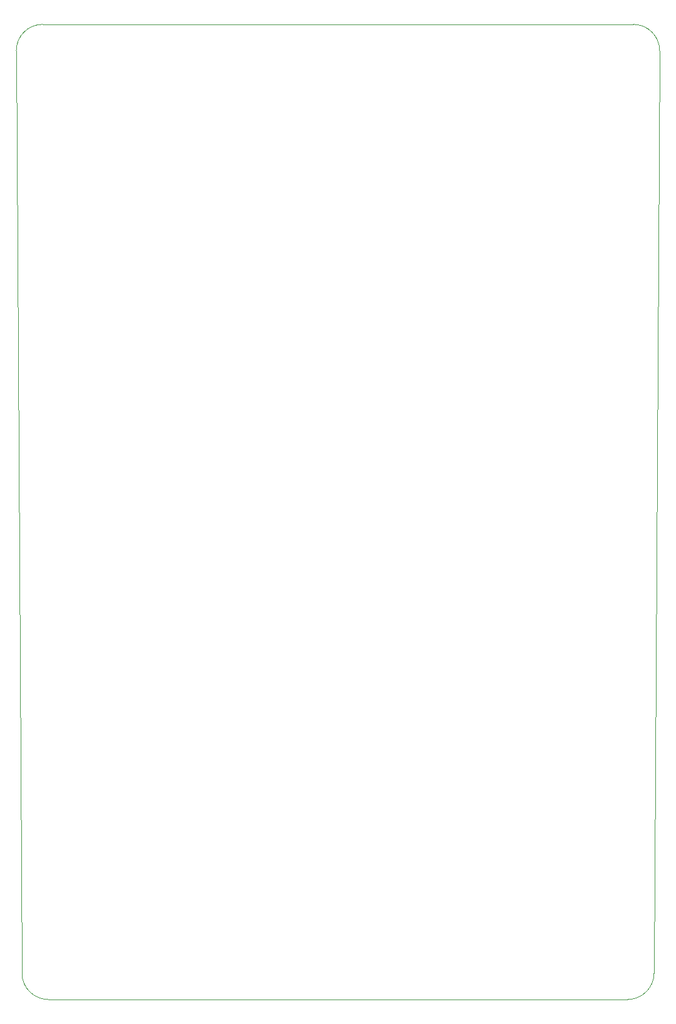
<source format=gbr>
G04 #@! TF.GenerationSoftware,KiCad,Pcbnew,5.1.5-52549c5~86~ubuntu18.04.1*
G04 #@! TF.CreationDate,2020-04-16T15:04:58+05:30*
G04 #@! TF.ProjectId,vga_controller,7667615f-636f-46e7-9472-6f6c6c65722e,rev?*
G04 #@! TF.SameCoordinates,Original*
G04 #@! TF.FileFunction,Profile,NP*
%FSLAX46Y46*%
G04 Gerber Fmt 4.6, Leading zero omitted, Abs format (unit mm)*
G04 Created by KiCad (PCBNEW 5.1.5-52549c5~86~ubuntu18.04.1) date 2020-04-16 15:04:58*
%MOMM*%
%LPD*%
G04 APERTURE LIST*
%ADD10C,0.050000*%
G04 APERTURE END LIST*
D10*
X49530000Y-29464000D02*
X129286000Y-29464000D01*
X46736000Y-157480000D02*
X45974000Y-33020000D01*
X50292000Y-161036000D02*
X128524000Y-161036000D01*
X132842000Y-33020000D02*
X132080000Y-157480000D01*
X129286000Y-29464000D02*
G75*
G02X132842000Y-33020000I0J-3556000D01*
G01*
X45974000Y-33020000D02*
G75*
G02X49530000Y-29464000I3556000J0D01*
G01*
X50292000Y-161036000D02*
G75*
G02X46736000Y-157480000I0J3556000D01*
G01*
X132080000Y-157480000D02*
G75*
G02X128524000Y-161036000I-3556000J0D01*
G01*
M02*

</source>
